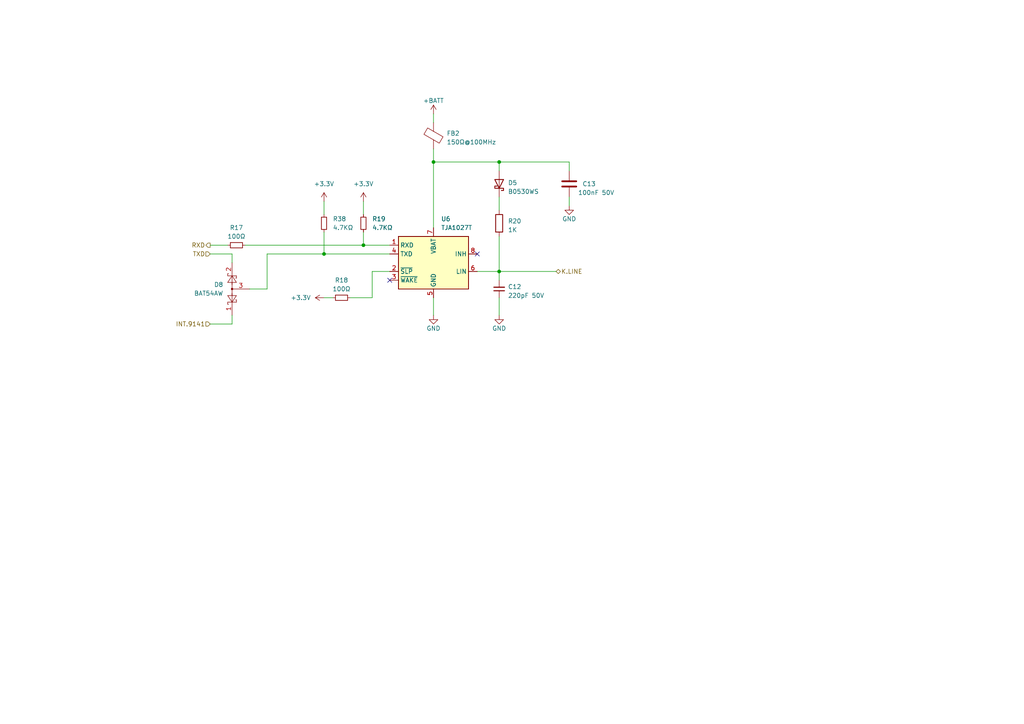
<source format=kicad_sch>
(kicad_sch (version 20231120) (generator "eeschema") (generator_version "8.0")
  (paper "A4")
  (lib_symbols
    (symbol "Device:C" (pin_numbers hide) (pin_names (offset 0.254))
      (property "Reference" "C" (at 0.635 2.54 0))
      (property "Value" "C" (at 0.635 -2.54 0))
      (symbol "C_0_1"
        (polyline (pts (xy -2.032 -0.762) (xy 2.032 -0.762)) (stroke (width 0.508)))
        (polyline (pts (xy -2.032 0.762) (xy 2.032 0.762)) (stroke (width 0.508)))
      )
      (symbol "C_1_1"
        (pin passive line (at 0 3.81 270) (length 2.794) (name "~") (number "1"))
        (pin passive line (at 0 -3.81 90) (length 2.794) (name "~") (number "2"))
      )
    )
    (symbol "Device:C_Small" (pin_numbers hide) (pin_names (offset 0.254) hide)
      (property "Reference" "C" (at 0.254 1.778 0))
      (property "Value" "C_Small" (at 0.254 -2.032 0))
      (symbol "C_Small_0_1"
        (polyline (pts (xy -1.524 -0.508) (xy 1.524 -0.508)) (stroke (width 0.3302)))
        (polyline (pts (xy -1.524 0.508) (xy 1.524 0.508)) (stroke (width 0.3048)))
      )
      (symbol "C_Small_1_1"
        (pin passive line (at 0 2.54 270) (length 2.032) (name "~") (number "1"))
        (pin passive line (at 0 -2.54 90) (length 2.032) (name "~") (number "2"))
      )
    )
    (symbol "Device:D_Schottky" (pin_numbers hide) (pin_names (offset 1.016) hide)
      (property "Reference" "D" (at 0 2.54 0))
      (property "Value" "D_Schottky" (at 0 -2.54 0))
      (symbol "D_Schottky_0_1"
        (polyline (pts (xy 1.27 0) (xy -1.27 0)))
        (polyline (pts (xy 1.27 1.27) (xy 1.27 -1.27) (xy -1.27 0) (xy 1.27 1.27)) (stroke (width 0.254)))
        (polyline (pts (xy -1.905 0.635) (xy -1.905 1.27) (xy -1.27 1.27) (xy -1.27 -1.27) (xy -0.635 -1.27) (xy -0.635 -0.635)) (stroke (width 0.254)))
      )
      (symbol "D_Schottky_1_1"
        (pin passive line (at -3.81 0 0) (length 2.54) (name "K") (number "1"))
        (pin passive line (at 3.81 0 180) (length 2.54) (name "A") (number "2"))
      )
    )
    (symbol "Device:FerriteBead" (pin_numbers hide) (pin_names (offset 0))
      (property "Reference" "FB" (at -3.81 0.635 90))
      (property "Value" "FerriteBead" (at 3.81 0 90))
      (symbol "FerriteBead_0_1"
        (polyline (pts (xy 0 -1.27) (xy 0 -1.2192)))
        (polyline (pts (xy 0 1.27) (xy 0 1.2954)))
        (polyline (pts (xy -2.7686 0.4064) (xy -1.7018 2.2606) (xy 2.7686 -0.3048) (xy 1.6764 -2.159) (xy -2.7686 0.4064)))
      )
      (symbol "FerriteBead_1_1"
        (pin passive line (at 0 3.81 270) (length 2.54) (name "~") (number "1"))
        (pin passive line (at 0 -3.81 90) (length 2.54) (name "~") (number "2"))
      )
    )
    (symbol "Device:R" (pin_numbers hide) (pin_names (offset 0))
      (property "Reference" "R" (at 2.032 0 90))
      (property "Value" "R" (at 0 0 90))
      (symbol "R_0_1"
        (rectangle (start -1.016 -2.54) (end 1.016 2.54) (stroke (width 0.254)))
      )
      (symbol "R_1_1"
        (pin passive line (at 0 3.81 270) (length 1.27) (name "~") (number "1"))
        (pin passive line (at 0 -3.81 90) (length 1.27) (name "~") (number "2"))
      )
    )
    (symbol "Device:R_Small" (pin_numbers hide) (pin_names (offset 0.254) hide)
      (property "Reference" "R" (at 0.762 0.508 0))
      (property "Value" "R_Small" (at 0.762 -1.016 0))
      (symbol "R_Small_0_1"
        (rectangle (start -0.762 1.778) (end 0.762 -1.778) (stroke (width 0.2032)))
      )
      (symbol "R_Small_1_1"
        (pin passive line (at 0 2.54 270) (length 0.762) (name "~") (number "1"))
        (pin passive line (at 0 -2.54 90) (length 0.762) (name "~") (number "2"))
      )
    )
    (symbol "Diode:BAT54AW" (pin_names (offset 1.016))
      (property "Reference" "D" (at 0.635 -3.81 0))
      (property "Value" "BAT54AW" (at -6.35 3.175 0))
      (symbol "BAT54AW_0_1"
        (polyline (pts (xy -4.445 1.27) (xy -4.445 1.016)))
        (polyline (pts (xy -3.81 -1.27) (xy -3.81 1.27)))
        (polyline (pts (xy -3.81 -1.27) (xy -3.175 -1.27)))
        (polyline (pts (xy -3.81 0) (xy -1.27 0)))
        (polyline (pts (xy -3.81 1.27) (xy -4.445 1.27)))
        (polyline (pts (xy -3.175 -1.27) (xy -3.175 -1.016)))
        (polyline (pts (xy -1.905 0) (xy 1.905 0)))
        (polyline (pts (xy 1.27 0) (xy 3.81 0)))
        (polyline (pts (xy 3.175 -1.27) (xy 3.175 -1.016)))
        (polyline (pts (xy 3.81 -1.27) (xy 3.175 -1.27)))
        (polyline (pts (xy 3.81 -1.27) (xy 3.81 1.27)))
        (polyline (pts (xy 3.81 1.27) (xy 4.445 1.27)))
        (polyline (pts (xy 4.445 1.27) (xy 4.445 1.016)))
        (polyline (pts (xy -1.905 1.27) (xy -1.905 -1.27) (xy -3.81 0) (xy -1.905 1.27)))
        (polyline (pts (xy 1.905 1.27) (xy 1.905 -1.27) (xy 3.81 0) (xy 1.905 1.27)))
        (circle (center 0 0) (radius 0.254) (fill (type outline)))
      )
      (symbol "BAT54AW_1_1"
        (pin passive line (at -7.62 0 0) (length 3.81) (name "~") (number "1"))
        (pin passive line (at 7.62 0 180) (length 3.81) (name "~") (number "2"))
        (pin passive line (at 0 -5.08 90) (length 5.08) (name "~") (number "3"))
      )
    )
    (symbol "Interface_CAN_LIN:TJA1021TK"
      (property "Reference" "U4" (at 2.1941 12.7 0))
      (property "Value" "TJA1027" (at 2.1941 10.16 0))
      (symbol "TJA1021TK_0_1"
        (rectangle (start -10.16 7.62) (end 10.16 -7.62) (stroke (width 0.254)) (fill (type background)))
      )
      (symbol "TJA1021TK_1_1"
        (pin open_collector line (at -12.7 5.08 0) (length 2.54) (name "RXD") (number "1"))
        (pin input line (at -12.7 -2.54 0) (length 2.54) (name "~{SLP}") (number "2"))
        (pin input line (at -12.7 -5.08 0) (length 2.54) (name "~{WAKE}") (number "3"))
        (pin input line (at -12.7 2.54 0) (length 2.54) (name "TXD") (number "4"))
        (pin power_in line (at 0 -10.16 90) (length 2.54) (name "GND") (number "5"))
        (pin bidirectional line (at 12.7 -2.54 180) (length 2.54) (name "LIN") (number "6"))
        (pin power_in line (at 0 10.16 270) (length 2.54) (name "VBAT") (number "7"))
        (pin output line (at 12.7 2.54 180) (length 2.54) (name "INH") (number "8"))
      )
    )
    (symbol "power:+3.3V" (power) (pin_names (offset 0))
      (property "Value" "+3.3V" (at 0 3.556 0))
      (symbol "+3.3V_0_1"
        (polyline (pts (xy -0.762 1.27) (xy 0 2.54)))
        (polyline (pts (xy 0 0) (xy 0 2.54)))
        (polyline (pts (xy 0 2.54) (xy 0.762 1.27)))
      )
      (symbol "+3.3V_1_1"
        (pin power_in line (at 0 0 90) (length 0) hide (name "+3.3V") (number "1"))
      )
    )
    (symbol "power:+BATT" (power) (pin_names (offset 0))
      (property "Value" "+BATT" (at 0 3.556 0))
      (symbol "+BATT_0_1"
        (polyline (pts (xy -0.762 1.27) (xy 0 2.54)))
        (polyline (pts (xy 0 0) (xy 0 2.54)))
        (polyline (pts (xy 0 2.54) (xy 0.762 1.27)))
      )
      (symbol "+BATT_1_1"
        (pin power_in line (at 0 0 90) (length 0) hide (name "+BATT") (number "1"))
      )
    )
    (symbol "power:GND" (power) (pin_names (offset 0))
      (property "Value" "GND" (at 0 -3.81 0))
      (symbol "GND_0_1"
        (polyline (pts (xy 0 0) (xy 0 -1.27) (xy 1.27 -1.27) (xy 0 -2.54) (xy -1.27 -1.27) (xy 0 -1.27)))
      )
      (symbol "GND_1_1"
        (pin power_in line (at 0 0 270) (length 0) hide (name "GND") (number "1"))
      )
    )
  )
  (junction (at 93.98 73.66))
  (junction (at 105.41 71.12))
  (junction (at 144.78 46.99))
  (junction (at 125.73 46.99))
  (junction (at 144.78 78.74))
  (no_connect (at 113.03 81.28))
  (no_connect (at 138.43 73.66))
  (wire (pts (xy 144.78 57.15) (xy 144.78 60.96)))
  (wire (pts (xy 105.41 67.31) (xy 105.41 71.12)))
  (wire (pts (xy 101.6 86.36) (xy 107.95 86.36)))
  (wire (pts (xy 77.47 73.66) (xy 93.98 73.66)))
  (wire (pts (xy 144.78 46.99) (xy 165.1 46.99)))
  (wire (pts (xy 144.78 78.74) (xy 161.29 78.74)))
  (wire (pts (xy 125.73 33.02) (xy 125.73 35.56)))
  (wire (pts (xy 144.78 78.74) (xy 144.78 81.28)))
  (wire (pts (xy 93.98 73.66) (xy 113.03 73.66)))
  (wire (pts (xy 144.78 46.99) (xy 125.73 46.99)))
  (wire (pts (xy 125.73 43.18) (xy 125.73 46.99)))
  (wire (pts (xy 165.1 57.15) (xy 165.1 59.69)))
  (wire (pts (xy 60.96 73.66) (xy 67.31 73.66)))
  (wire (pts (xy 72.39 83.82) (xy 77.47 83.82)))
  (wire (pts (xy 105.41 71.12) (xy 113.03 71.12)))
  (wire (pts (xy 77.47 73.66) (xy 77.47 83.82)))
  (wire (pts (xy 144.78 78.74) (xy 138.43 78.74)))
  (wire (pts (xy 67.31 93.98) (xy 67.31 91.44)))
  (wire (pts (xy 165.1 49.53) (xy 165.1 46.99)))
  (wire (pts (xy 71.12 71.12) (xy 105.41 71.12)))
  (wire (pts (xy 105.41 58.42) (xy 105.41 62.23)))
  (wire (pts (xy 67.31 73.66) (xy 67.31 76.2)))
  (wire (pts (xy 93.98 58.42) (xy 93.98 62.23)))
  (wire (pts (xy 60.96 71.12) (xy 66.04 71.12)))
  (wire (pts (xy 107.95 86.36) (xy 107.95 78.74)))
  (wire (pts (xy 93.98 86.36) (xy 96.52 86.36)))
  (wire (pts (xy 144.78 68.58) (xy 144.78 78.74)))
  (wire (pts (xy 93.98 67.31) (xy 93.98 73.66)))
  (wire (pts (xy 144.78 86.36) (xy 144.78 91.44)))
  (wire (pts (xy 125.73 46.99) (xy 125.73 66.04)))
  (wire (pts (xy 60.96 93.98) (xy 67.31 93.98)))
  (wire (pts (xy 125.73 86.36) (xy 125.73 91.44)))
  (wire (pts (xy 144.78 49.53) (xy 144.78 46.99)))
  (wire (pts (xy 107.95 78.74) (xy 113.03 78.74)))
  (hierarchical_label "INT.9141" (shape input) (at 60.96 93.98 180))
  (hierarchical_label "TXD" (shape input) (at 60.96 73.66 180))
  (hierarchical_label "K.LINE" (shape bidirectional) (at 161.29 78.74 0))
  (hierarchical_label "RXD" (shape output) (at 60.96 71.12 180))
  (symbol (lib_id "Diode:BAT54AW") (at 67.31 83.82 90) (unit 1)
    (property "Reference" "D8" (at 64.77 82.5499 90) (effects (justify left)))
    (property "Value" "BAT54AW" (at 64.77 85.0899 90) (effects (justify left)))
    (property "Footprint" "Package_TO_SOT_SMD:SOT-323_SC-70" (effects (hide yes)))
    (property "Datasheet" "https://assets.nexperia.com/documents/data-sheet/BAT54W_SER.pdf" (effects (hide yes)))
    (property "Description" "Dual schottky barrier diode, common anode, SOT-323" (effects (hide yes)))
    (property "LCSC" "C890244" (effects (hide yes)))
  )
  (symbol (lib_id "power:+3.3V") (at 93.98 86.36 90) (unit 1)
    (property "Reference" "#PWR039" (effects (hide yes)))
    (property "Value" "+3.3V" (at 90.17 86.36 90) (effects (justify left)))
    (instances (project "NTR-MAIN-U2xx" (path "" (reference "#PWR039") (unit 1))) (project "NTR-K101" (path "" (reference "#PWR?") (unit 1))) (project "Smart_DTC_Eraser_BLE_V1" (path "" (reference "#PWR?") (unit 1))))
  )
  (symbol (lib_id "Device:D_Schottky") (at 144.78 53.34 270) (mirror x) (unit 1)
    (property "Reference" "D5" (at 147.32 53.0225 90) (effects (justify left)))
    (property "Value" "B0530WS" (at 147.32 55.5625 90) (effects (justify left)))
    (property "Footprint" "Diode_SMD:D_SOD-323" (effects (hide yes)))
    (property "LCSC" "C2961213" (effects (hide yes)))
    (property "MFR" "B0530WS" (effects (hide yes)))
    (instances (project "NTR-MAIN-U2xx" (path "" (reference "D5") (unit 1))) (project "NTR-K101" (path "" (reference "D?") (unit 1))) (project "M2M_OBD2_Mini" (path "" (reference "D?") (unit 1))) (project "ISO_CAN_BUS_Analyzer_Tool_V2" (path "" (reference "D?") (unit 1)) (path "" (reference "D?") (unit 1))) (project "Smart_DTC_Eraser_BLE_V1" (path "" (reference "D?") (unit 1))) (project "M2M_3G_OBD2" (path "" (reference "D?") (unit 1)) (path "" (reference "D?") (unit 1))))
  )
  (symbol (lib_id "Device:R") (at 144.78 64.77 180) (unit 1)
    (property "Reference" "R20" (at 147.32 64.135 0) (effects (justify right)))
    (property "Value" "1K" (at 147.32 66.675 0) (effects (justify right)))
    (property "Footprint" "Resistor_SMD:R_0603_1608Metric" (effects (hide yes)))
    (property "LCSC" "C21190" (effects (hide yes)))
    (property "MFR" "0603WAF1001T5E" (effects (hide yes)))
    (instances (project "NTR-MAIN-U2xx" (path "" (reference "R20") (unit 1))) (project "NTR-K101" (path "" (reference "R?") (unit 1))) (project "M2M_OBD2_Mini" (path "" (reference "R?") (unit 1))) (project "ISO_CAN_BUS_Analyzer_Tool_V2" (path "" (reference "R?") (unit 1)) (path "" (reference "R?") (unit 1))) (project "Smart_DTC_Eraser_BLE_V1" (path "" (reference "R?") (unit 1))) (project "M2M_3G_OBD2" (path "" (reference "R?") (unit 1)) (path "" (reference "R?") (unit 1))))
  )
  (symbol (lib_id "Device:R_Small") (at 105.41 64.77 180) (unit 1)
    (property "Reference" "R19" (at 107.95 63.5 0) (effects (justify right)))
    (property "Value" "4.7KΩ" (at 107.95 66.04 0) (effects (justify right)))
    (property "Footprint" "Resistor_SMD:R_0402_1005Metric" (effects (hide yes)))
    (property "LCSC" "C25900" (effects (hide yes)))
    (property "MFR" "0402WGF4701TCE" (effects (hide yes)))
    (instances (project "NTR-MAIN-U2xx" (path "" (reference "R19") (unit 1))) (project "NTR-K101" (path "" (reference "R?") (unit 1))) (project "M2M_OBD2_Mini" (path "" (reference "R?") (unit 1))) (project "ISO_CAN_BUS_Analyzer_Tool_V2" (path "" (reference "R?") (unit 1)) (path "" (reference "R?") (unit 1))) (project "Smart_DTC_Eraser_BLE_V1" (path "" (reference "R?") (unit 1)) (path "" (reference "R?") (unit 1))) (project "M2M_3G_OBD2" (path "" (reference "R?") (unit 1))))
  )
  (symbol (lib_id "Device:FerriteBead") (at 125.73 39.37 0) (unit 1)
    (property "Reference" "FB2" (at 129.54 38.6842 0) (effects (justify left)))
    (property "Value" "150Ω@100MHz" (at 129.54 41.2242 0) (effects (justify left)))
    (property "Footprint" "Inductor_SMD:L_0402_1005Metric" (effects (hide yes)))
    (property "LCSC" "C160612" (effects (hide yes)))
    (property "MFR" "CBG100505U151T" (effects (hide yes)))
    (instances (project "NTR-MAIN-U2xx" (path "" (reference "FB2") (unit 1))) (project "NTR-K101" (path "" (reference "FB?") (unit 1))) (project "M2M_OBD2_Mini" (path "" (reference "FB?") (unit 1))) (project "Smart_DTC_Eraser_BLE_V1" (path "" (reference "FB?") (unit 1))) (project "M2M_3G_OBD2" (path "" (reference "FB?") (unit 1))))
  )
  (symbol (lib_id "power:+3.3V") (at 105.41 58.42 0) (unit 1)
    (property "Reference" "#PWR040" (effects (hide yes)))
    (property "Value" "+3.3V" (at 105.41 53.34 0))
    (instances (project "NTR-MAIN-U2xx" (path "" (reference "#PWR040") (unit 1))) (project "NTR-K101" (path "" (reference "#PWR?") (unit 1))) (project "Smart_DTC_Eraser_BLE_V1" (path "" (reference "#PWR?") (unit 1))))
  )
  (symbol (lib_id "Device:R_Small") (at 93.98 64.77 180) (unit 1)
    (property "Reference" "R38" (at 96.52 63.5 0) (effects (justify right)))
    (property "Value" "4.7KΩ" (at 96.52 66.04 0) (effects (justify right)))
    (property "Footprint" "Resistor_SMD:R_0402_1005Metric" (effects (hide yes)))
    (property "LCSC" "C25900" (effects (hide yes)))
    (property "MFR" "0402WGF4701TCE" (effects (hide yes)))
  )
  (symbol (lib_id "Interface_CAN_LIN:TJA1021TK") (at 125.73 76.2 0) (unit 1)
    (property "Reference" "U6" (at 127.9241 63.5 0) (effects (justify left)))
    (property "Value" "TJA1027T" (at 127.9241 66.04 0) (effects (justify left)))
    (property "Footprint" "Package_SO:SO-8_3.9x4.9mm_P1.27mm" (effects (hide yes)))
    (property "Datasheet" "https://datasheet.lcsc.com/lcsc/2304140030_NXP-Semicon-TJA1027T-20-1J_C194371.pdf" (effects (hide yes)))
    (property "LCSC" "C194371" (effects (hide yes)))
    (property "MFR" "TJA1027T" (effects (hide yes)))
    (instances (project "NTR-MAIN-U2xx" (path "" (reference "U6") (unit 1))) (project "NTR-K101" (path "" (reference "U?") (unit 1))) (project "M2M_OBD2_Mini" (path "" (reference "U?") (unit 1))) (project "Smart_DTC_Eraser_BLE_V1" (path "" (reference "U?") (unit 1))) (project "M2M_3G_OBD2" (path "" (reference "U?") (unit 1))))
  )
  (symbol (lib_id "power:GND") (at 165.1 59.69 0) (unit 1)
    (property "Reference" "#PWR044" (effects (hide yes)))
    (property "Value" "GND" (at 165.1 63.5 0))
    (instances (project "NTR-MAIN-U2xx" (path "" (reference "#PWR044") (unit 1))) (project "NTR-K101" (path "" (reference "#PWR?") (unit 1))) (project "M2M_OBD2_Mini" (path "" (reference "#PWR?") (unit 1))) (project "Smart_DTC_Eraser_BLE_V1" (path "" (reference "#PWR?") (unit 1))) (project "M2M_3G_OBD2" (path "" (reference "#PWR?") (unit 1))))
  )
  (symbol (lib_id "power:GND") (at 125.73 91.44 0) (unit 1)
    (property "Reference" "#PWR042" (effects (hide yes)))
    (property "Value" "GND" (at 125.73 95.25 0))
    (instances (project "NTR-MAIN-U2xx" (path "" (reference "#PWR042") (unit 1))) (project "NTR-K101" (path "" (reference "#PWR?") (unit 1))) (project "M2M_OBD2_Mini" (path "" (reference "#PWR?") (unit 1))) (project "Smart_DTC_Eraser_BLE_V1" (path "" (reference "#PWR?") (unit 1))) (project "M2M_3G_OBD2" (path "" (reference "#PWR?") (unit 1))))
  )
  (symbol (lib_id "Device:R_Small") (at 68.58 71.12 90) (unit 1)
    (property "Reference" "R17" (at 68.58 66.04 90))
    (property "Value" "100Ω" (at 68.58 68.58 90))
    (property "Footprint" "Resistor_SMD:R_0402_1005Metric" (effects (hide yes)))
    (property "LCSC" "C25076" (effects (hide yes)))
    (property "MFR" "0402WGF1000TCE" (effects (hide yes)))
    (instances (project "NTR-MAIN-U2xx" (path "" (reference "R17") (unit 1))) (project "NTR-K101" (path "" (reference "R?") (unit 1))) (project "M2M_OBD2_Mini" (path "" (reference "R?") (unit 1))) (project "ISO_CAN_BUS_Analyzer_Tool_V2" (path "" (reference "R?") (unit 1)) (path "" (reference "R?") (unit 1))) (project "Smart_DTC_Eraser_BLE_V1" (path "" (reference "R?") (unit 1)) (path "" (reference "R?") (unit 1))) (project "M2M_3G_OBD2" (path "" (reference "R?") (unit 1))))
  )
  (symbol (lib_id "Device:R_Small") (at 99.06 86.36 90) (unit 1)
    (property "Reference" "R18" (at 99.06 81.28 90))
    (property "Value" "100Ω" (at 99.06 83.82 90))
    (property "Footprint" "Resistor_SMD:R_0402_1005Metric" (effects (hide yes)))
    (property "LCSC" "C25076" (effects (hide yes)))
    (property "MFR" "0402WGF1000TCE" (effects (hide yes)))
    (instances (project "NTR-MAIN-U2xx" (path "" (reference "R18") (unit 1))) (project "NTR-K101" (path "" (reference "R?") (unit 1))) (project "M2M_OBD2_Mini" (path "" (reference "R?") (unit 1))) (project "ISO_CAN_BUS_Analyzer_Tool_V2" (path "" (reference "R?") (unit 1)) (path "" (reference "R?") (unit 1))) (project "Smart_DTC_Eraser_BLE_V1" (path "" (reference "R?") (unit 1)) (path "" (reference "R?") (unit 1))) (project "M2M_3G_OBD2" (path "" (reference "R?") (unit 1))))
  )
  (symbol (lib_id "power:+3.3V") (at 93.98 58.42 0) (unit 1)
    (property "Reference" "#PWR05" (effects (hide yes)))
    (property "Value" "+3.3V" (at 93.98 53.34 0))
  )
  (symbol (lib_id "power:+BATT") (at 125.73 33.02 0) (unit 1)
    (property "Reference" "#PWR041" (effects (hide yes)))
    (property "Value" "+BATT" (at 125.73 29.21 0))
    (instances (project "NTR-MAIN-U2xx" (path "" (reference "#PWR041") (unit 1))) (project "NTR-K101" (path "" (reference "#PWR?") (unit 1))) (project "M2M_OBD2_Mini" (path "" (reference "#PWR?") (unit 1))) (project "Smart_DTC_Eraser_BLE_V1" (path "" (reference "#PWR?") (unit 1))))
  )
  (symbol (lib_id "Device:C_Small") (at 144.78 83.82 0) (mirror x) (unit 1)
    (property "Reference" "C12" (at 147.32 83.1786 0) (effects (justify left)))
    (property "Value" "220pF 50V" (at 147.32 85.7186 0) (effects (justify left)))
    (property "Footprint" "Capacitor_SMD:C_0402_1005Metric" (effects (hide yes)))
    (property "LCSC" "C107025" (effects (hide yes)))
    (property "MFR" "CC0402KRX7R9BB221" (effects (hide yes)))
    (instances (project "NTR-MAIN-U2xx" (path "" (reference "C12") (unit 1))) (project "NTR-K101" (path "" (reference "C?") (unit 1))) (project "M2M_OBD2_Mini" (path "" (reference "C?") (unit 1))) (project "ISO_CAN_BUS_Analyzer_Tool_V2" (path "" (reference "C?") (unit 1)) (path "" (reference "C?") (unit 1))) (project "Smart_DTC_Eraser_BLE_V1" (path "" (reference "C?") (unit 1))) (project "M2M_3G_OBD2" (path "" (reference "C?") (unit 1)) (path "" (reference "C?") (unit 1))))
  )
  (symbol (lib_id "power:GND") (at 144.78 91.44 0) (unit 1)
    (property "Reference" "#PWR043" (effects (hide yes)))
    (property "Value" "GND" (at 144.78 95.25 0))
    (instances (project "NTR-MAIN-U2xx" (path "" (reference "#PWR043") (unit 1))) (project "NTR-K101" (path "" (reference "#PWR?") (unit 1))) (project "M2M_OBD2_Mini" (path "" (reference "#PWR?") (unit 1))) (project "Smart_DTC_Eraser_BLE_V1" (path "" (reference "#PWR?") (unit 1))) (project "M2M_3G_OBD2" (path "" (reference "#PWR?") (unit 1))))
  )
  (symbol (lib_id "Device:C") (at 165.1 53.34 0) (unit 1)
    (property "Reference" "C13" (at 168.91 53.34 0) (effects (justify left)))
    (property "Value" "100nF 50V" (at 167.64 55.88 0) (effects (justify left)))
    (property "Footprint" "Capacitor_SMD:C_0402_1005Metric" (effects (hide yes)))
    (property "LCSC" "C77020" (effects (hide yes)))
    (property "MFR" "GRM155R71H104KE14D" (effects (hide yes)))
    (instances (project "NTR-MAIN-U2xx" (path "" (reference "C13") (unit 1))) (project "NTR-K101" (path "" (reference "C?") (unit 1))) (project "M2M_OBD2_Mini" (path "" (reference "C?") (unit 1)) (path "" (reference "C?") (unit 1))) (project "Smart_DTC_Eraser_BLE_V1" (path "" (reference "C?") (unit 1))) (project "M2M_3G_OBD2" (path "" (reference "C?") (unit 1))))
  )
)
</source>
